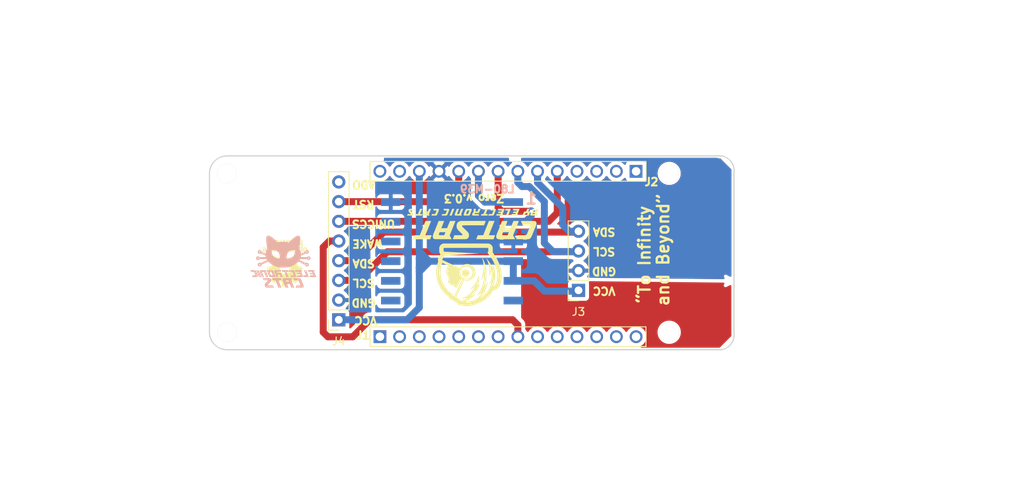
<source format=kicad_pcb>
(kicad_pcb (version 20221018) (generator pcbnew)
  (title_block (title "CatSat Shield") (date "2018-10-31") (rev "0.3") (company "Electronic Cats") (comment 1 "Rocio Rosales") (comment 2 "Eduardo Contreras") (comment 3 "Andres Sabas"))
  (layers (0 "F.Cu" signal "Top") (31 "B.Cu" signal "Bottom") (34 "B.Paste" user) (35 "F.Paste" user) (36 "B.SilkS" user "B.Silkscreen") (37 "F.SilkS" user "F.Silkscreen") (38 "B.Mask" user) (39 "F.Mask" user) (44 "Edge.Cuts" user))
  (net 0 "")
  (net 1 "Net-(J4-Pad8)")
  (net 2 "GND")
  (net 3 "+3V3")
  (net 4 "Net-(MODULE1-Pad6)")
  (net 5 "Net-(MODULE1-Pad7)")
  (net 6 "Net-(MODULE1-Pad8)")
  (net 7 "Net-(MODULE1-Pad10)")
  (net 8 "/AREF")
  (net 9 "/DAC0/A0")
  (net 10 "/A1")
  (net 11 "/A2")
  (net 12 "/A3")
  (net 13 "/A4")
  (net 14 "/A5")
  (net 15 "/0")
  (net 16 "/1")
  (net 17 "/~2")
  (net 18 "/~3")
  (net 19 "/~4")
  (net 20 "/~5")
  (net 21 "+5V")
  (net 22 "VCC")
  (net 23 "/RESET")
  (net 24 "/9SCK")
  (net 25 "/8MOSI")
  (net 26 "/7")
  (net 27 "/6")
  (net 28 "/TX")
  (net 29 "/RX")
  (net 30 "/SCL")
  (net 31 "/SDA")
  (net 32 "/10-INTCCS")
  (net 33 "Net-(MODULE1-Pad11)")
  (net 34 "/WAKEA6")
  (footprint "MKRFoxShield_v2:MH_RND_F_2.2MM_NM" (layer "F.Cu") (at 116.487479 111.5136 90)
    (fp_text reference "U$5" hide)
    (fp_text value "" hide)
    (fp_circle (center 0 0) (end 1.2065 0) (stroke (width 0.1)) (fill none) (layer "Edge.Cuts"))
  )
  (footprint "MKRFoxShield_v2:MH_RND_F_2.2MM_NM" (layer "F.Cu") (at 116.487479 91.0136 90)
    (fp_text reference "U$6" hide)
    (fp_text value "" hide)
    (fp_circle (center 0 0) (end 1.2065 0) (stroke (width 0.1)) (fill none) (layer "Edge.Cuts"))
  )
  (footprint "MKRFoxShield_v2:MH_RND_F_2.2MM_NM" (layer "F.Cu") (at 173.487479 91.0136 90)
    (fp_text reference "U$7" hide)
    (fp_text value "" hide)
    (fp_circle (center 0 0) (end 1.2065 0) (stroke (width 0.1)) (fill none) (layer "Edge.Cuts"))
  )
  (footprint "MKRFoxShield_v2:MH_RND_F_2.2MM_NM" (layer "F.Cu") (at 173.487479 111.5136 90)
    (fp_text reference "U$8" hide)
    (fp_text value "" hide)
    (fp_circle (center 0 0) (end 1.2065 0) (stroke (width 0.1)) (fill none) (layer "Edge.Cuts"))
  )
  (footprint "MKRFoxShield_v2:FRAME" (layer "F.Cu") (at 87.488917 114.1286)
    (fp_text reference "FRAME1" hide)
    (fp_text value "Page 1" hide)
  )
  (footprint "Pines:61301411121" (layer "F.Cu") (at 152.712 112.084)
    (fp_text reference "J1" (at -19.712 0.416) (layer "F.SilkS") (effects (font (thickness 0.25)) (justify left bottom)))
    (fp_text value " " (at -2.1552 2.5402) (layer "F.SilkS") (effects (font (size 0.77216 0.77216) (thickness 0.065024)) (justify left bottom)))
    (pad "1" thru_hole rect (at -16.51 0) (size 1.65 1.65) (drill 1.1) (layers "*.Cu" "*.Mask") (net 8 "/AREF"))
    (pad "2" thru_hole circle (at -13.97 0) (size 1.65 1.65) (drill 1.1) (layers "*.Cu" "*.Mask") (net 9 "/DAC0/A0"))
    (pad "3" thru_hole circle (at -11.43 0) (size 1.65 1.65) (drill 1.1) (layers "*.Cu" "*.Mask") (net 10 "/A1"))
    (pad "4" thru_hole circle (at -8.89 0) (size 1.65 1.65) (drill 1.1) (layers "*.Cu" "*.Mask") (net 11 "/A2"))
    (pad "5" thru_hole circle (at -6.35 0) (size 1.65 1.65) (drill 1.1) (layers "*.Cu" "*.Mask") (net 12 "/A3"))
    (pad "6" thru_hole circle (at -3.81 0) (size 1.65 1.65) (drill 1.1) (layers "*.Cu" "*.Mask") (net 13 "/A4"))
    (pad "7" thru_hole circle (at -1.27 0) (size 1.65 1.65) (drill 1.1) (layers "*.Cu" "*.Mask") (net 14 "/A5"))
    (pad "8" thru_hole circle (at 1.27 0) (size 1.65 1.65) (drill 1.1) (layers "*.Cu" "*.Mask") (net 34 "/WAKEA6"))
    (pad "9" thru_hole circle (at 3.81 0) (size 1.65 1.65) (drill 1.1) (layers "*.Cu" "*.Mask") (net 15 "/0"))
    (pad "10" thru_hole circle (at 6.35 0) (size 1.65 1.65) (drill 1.1) (layers "*.Cu" "*.Mask") (net 16 "/1"))
    (pad "11" thru_hole circle (at 8.89 0) (size 1.65 1.65) (drill 1.1) (layers "*.Cu" "*.Mask") (net 17 "/~2"))
    (pad "12" thru_hole circle (at 11.43 0) (size 1.65 1.65) (drill 1.1) (layers "*.Cu" "*.Mask") (net 18 "/~3"))
    (pad "13" thru_hole circle (at 13.97 0) (size 1.65 1.65) (drill 1.1) (layers "*.Cu" "*.Mask") (net 19 "/~4"))
    (pad "14" thru_hole circle (at 16.51 0) (size 1.65 1.65) (drill 1.1) (layers "*.Cu" "*.Mask") (net 20 "/~5"))
  )
  (footprint "Aesthetics:catsat" (layer "F.Cu") (at 147.828 101.854 180)
    (fp_text reference "G***" hide)
    (fp_text value "LOGO" hide)
  )
  (footprint "Pines:61301411121" (layer "F.Cu") (at 152.712 90.748 180)
    (fp_text reference "J2" (at -17.468 -1.962 180) (layer "F.SilkS") (effects (font (thickness 0.25)) (justify left bottom)))
    (fp_text value " " (at -2.1552 2.5402 180) (layer "F.SilkS") (effects (font (size 0.77216 0.77216) (thickness 0.065024)) (justify left bottom)))
    (pad "1" thru_hole rect (at -16.51 0 180) (size 1.65 1.65) (drill 1.1) (layers "*.Cu" "*.Mask") (net 27 "/6"))
    (pad "2" thru_hole circle (at -13.97 0 180) (size 1.65 1.65) (drill 1.1) (layers "*.Cu" "*.Mask") (net 26 "/7"))
    (pad "3" thru_hole circle (at -11.43 0 180) (size 1.65 1.65) (drill 1.1) (layers "*.Cu" "*.Mask") (net 25 "/8MOSI"))
    (pad "4" thru_hole circle (at -8.89 0 180) (size 1.65 1.65) (drill 1.1) (layers "*.Cu" "*.Mask") (net 24 "/9SCK"))
    (pad "5" thru_hole circle (at -6.35 0 180) (size 1.65 1.65) (drill 1.1) (layers "*.Cu" "*.Mask") (net 32 "/10-INTCCS"))
    (pad "6" thru_hole circle (at -3.81 0 180) (size 1.65 1.65) (drill 1.1) (layers "*.Cu" "*.Mask") (net 31 "/SDA"))
    (pad "7" thru_hole circle (at -1.27 0 180) (size 1.65 1.65) (drill 1.1) (layers "*.Cu" "*.Mask") (net 30 "/SCL"))
    (pad "8" thru_hole circle (at 1.27 0 180) (size 1.65 1.65) (drill 1.1) (layers "*.Cu" "*.Mask") (net 29 "/RX"))
    (pad "9" thru_hole circle (at 3.81 0 180) (size 1.65 1.65) (drill 1.1) (layers "*.Cu" "*.Mask") (net 28 "/TX"))
    (pad "10" thru_hole circle (at 6.35 0 180) (size 1.65 1.65) (drill 1.1) (layers "*.Cu" "*.Mask") (net 23 "/RESET"))
    (pad "11" thru_hole circle (at 8.89 0 180) (size 1.65 1.65) (drill 1.1) (layers "*.Cu" "*.Mask") (net 2 "GND"))
    (pad "12" thru_hole circle (at 11.43 0 180) (size 1.65 1.65) (drill 1.1) (layers "*.Cu" "*.Mask") (net 3 "+3V3"))
    (pad "13" thru_hole circle (at 13.97 0 180) (size 1.65 1.65) (drill 1.1) (layers "*.Cu" "*.Mask") (net 22 "VCC"))
    (pad "14" thru_hole circle (at 16.51 0 180) (size 1.65 1.65) (drill 1.1) (layers "*.Cu" "*.Mask") (net 21 "+5V"))
  )
  (footprint "Symbols:OSHW-Logo_5.7x6mm_SilkScreen" (layer "F.Cu") (at 123.952 102.616 180)
    (fp_text reference "REF***" hide)
    (fp_text value "OSHW-Logo_5.7x6mm_SilkScreen" hide)
  )
  (footprint "Connector_PinSocket_2.54mm:PinSocket_1x04_P2.54mm_Vertical" (layer "F.Cu") (at 161.8 106.1 180)
    (fp_text reference "J3" (at 0 -2.77) (layer "F.SilkS"))
    (fp_text value "BME280")
    (pad "1" thru_hole rect (at 0 0 180) (size 1.7 1.7) (drill 1) (layers "*.Cu" "*.Mask") (net 3 "+3V3"))
    (pad "2" thru_hole oval (at 0 2.54 180) (size 1.7 1.7) (drill 1) (layers "*.Cu" "*.Mask") (net 2 "GND"))
    (pad "3" thru_hole oval (at 0 5.08 180) (size 1.7 1.7) (drill 1) (layers "*.Cu" "*.Mask") (net 30 "/SCL"))
    (pad "4" thru_hole oval (at 0 7.62 180) (size 1.7 1.7) (drill 1) (layers "*.Cu" "*.Mask") (net 31 "/SDA"))
  )
  (footprint "Connector_PinSocket_2.54mm:PinSocket_1x08_P2.54mm_Vertical" (layer "F.Cu") (at 130.9 109.9 180)
    (fp_text reference "J4" (at 0 -2.77) (layer "F.SilkS"))
    (fp_text value "CCS811")
    (pad "1" thru_hole rect (at 0 0 180) (size 1.7 1.7) (drill 1) (layers "*.Cu" "*.Mask") (net 3 "+3V3"))
    (pad "2" thru_hole oval (at 0 2.54 180) (size 1.7 1.7) (drill 1) (layers "*.Cu" "*.Mask") (net 2 "GND"))
    (pad "3" thru_hole oval (at 0 5.08 180) (size 1.7 1.7) (drill 1) (layers "*.Cu" "*.Mask") (net 30 "/SCL"))
    (pad "4" thru_hole oval (at 0 7.62 180) (size 1.7 1.7) (drill 1) (layers "*.Cu" "*.Mask") (net 31 "/SDA"))
    (pad "5" thru_hole oval (at 0 10.16 180) (size 1.7 1.7) (drill 1) (layers "*.Cu" "*.Mask") (net 34 "/WAKEA6"))
    (pad "6" thru_hole oval (at 0 12.7 180) (size 1.7 1.7) (drill 1) (layers "*.Cu" "*.Mask") (net 32 "/10-INTCCS"))
    (pad "7" thru_hole oval (at 0 15.24 180) (size 1.7 1.7) (drill 1) (layers "*.Cu" "*.Mask") (net 23 "/RESET"))
    (pad "8" thru_hole oval (at 0 17.78 180) (size 1.7 1.7) (drill 1) (layers "*.Cu" "*.Mask") (net 1 "Net-(J4-Pad8)"))
  )
  (footprint "" (layer "F.Cu") (at 116.487479 91.0136)
    (fp_text reference "@HOLE1" hide)
    (fp_text value "" (at 0 0) (layer "F.SilkS") (effects (font (size 1.27 1.27))))
    (pad "" np_thru_hole circle (at 0 0) (size 2.5 2.5) (drill 2.5) (layers "*.Cu"))
  )
  (footprint "" (layer "F.Cu") (at 173.487479 111.5136)
    (fp_text reference "@HOLE3" hide)
    (fp_text value "" (at 0 0) (layer "F.SilkS") (effects (font (size 1.27 1.27))))
    (pad "" np_thru_hole circle (at 0 0) (size 2.5 2.5) (drill 2.5) (layers "*.Cu"))
  )
  (footprint "" (layer "F.Cu") (at 173.487479 91.0136)
    (fp_text reference "@HOLE2" hide)
    (fp_text value "" (at 0 0) (layer "F.SilkS") (effects (font (size 1.27 1.27))))
    (pad "" np_thru_hole circle (at 0 0) (size 2.5 2.5) (drill 2.5) (layers "*.Cu"))
  )
  (footprint "" (layer "F.Cu") (at 116.487479 111.5136)
    (fp_text reference "@HOLE0" hide)
    (fp_text value "" (at 0 0) (layer "F.SilkS") (effects (font (size 1.27 1.27))))
    (pad "" np_thru_hole circle (at 0 0) (size 2.5 2.5) (drill 2.5) (layers "*.Cu"))
  )
  (footprint "Aesthetics:electronic_cats_logo_8x6" (layer "B.Cu") (at 123.75 102.4 180)
    (fp_text reference "G***" hide)
    (fp_text value "LOGO" hide)
  )
  (footprint "Rf:QUECTEL_L80-M39" (layer "B.Cu") (at 145.5 100.22)
    (fp_text reference "MODULE1")
    (fp_text value "L80-M39" (at 4.55 -7.17) (layer "B.SilkS") (effects (font (thickness 0.25)) (justify mirror)))
    (pad "1" smd rect (at 7.9 -5.5) (size 2.5 1) (layers "B.Cu" "B.Paste" "B.Mask") (net 28 "/TX"))
    (pad "2" smd rect (at 7.9 -2.96) (size 2.5 1) (layers "B.Cu" "B.Paste" "B.Mask") (net 29 "/RX"))
    (pad "3" smd rect (at 7.9 -0.42) (size 2.5 1) (layers "B.Cu" "B.Paste" "B.Mask") (net 2 "GND"))
    (pad "4" smd rect (at 7.9 2.12) (size 2.5 1) (layers "B.Cu" "B.Paste" "B.Mask") (net 3 "+3V3"))
    (pad "5" smd rect (at 7.9 4.66) (size 2.5 1) (layers "B.Cu" "B.Paste" "B.Mask") (net 3 "+3V3"))
    (pad "6" smd rect (at 7.9 7.2) (size 2.5 1) (layers "B.Cu" "B.Paste" "B.Mask") (net 4 "Net-(MODULE1-Pad6)"))
    (pad "7" smd rect (at -7.9 7.2 180) (size 2.5 1) (layers "B.Cu" "B.Paste" "B.Mask") (net 5 "Net-(MODULE1-Pad7)"))
    (pad "8" smd rect (at -7.9 4.66 180) (size 2.5 1) (layers "B.Cu" "B.Paste" "B.Mask") (net 6 "Net-(MODULE1-Pad8)"))
    (pad "9" smd rect (at -7.9 2.12 180) (size 2.5 1) (layers "B.Cu" "B.Paste" "B.Mask"))
    (pad "10" smd rect (at -7.9 -0.42 180) (size 2.5 1) (layers "B.Cu" "B.Paste" "B.Mask") (net 7 "Net-(MODULE1-Pad10)"))
    (pad "11" smd rect (at -7.9 -2.96 180) (size 2.5 1) (layers "B.Cu" "B.Paste" "B.Mask") (net 33 "Net-(MODULE1-Pad11)"))
    (pad "12" smd rect (at -7.9 -5.5 180) (size 2.5 1) (layers "B.Cu" "B.Paste" "B.Mask") (net 2 "GND"))
  )
  (footprint "Aesthetics:catsat_cu" (layer "B.Cu") (at 171.958 99.568 180)
    (fp_text reference "G***" hide)
    (fp_text value "LOGO" hide)
  )
  (gr_arc (start 181.837479 111.5136) (mid 181.503469 112.969971) (end 180.237479 113.7636) (stroke (width 0.15)) (layer "Edge.Cuts"))
  (gr_arc (start 116.487479 113.7636) (mid 114.896489 113.10459) (end 114.237479 111.5136) (stroke (width 0.15)) (layer "Edge.Cuts"))
  (gr_line (start 114.237479 111.5136) (end 114.237479 91.0136) (stroke (width 0.15)) (layer "Edge.Cuts"))
  (gr_arc (start 180.237479 88.7636) (mid 181.503469 89.557229) (end 181.837479 91.0136) (stroke (width 0.15)) (layer "Edge.Cuts"))
  (gr_line (start 181.837479 111.5136) (end 181.837479 91.0136) (stroke (width 0.15)) (layer "Edge.Cuts"))
  (gr_line (start 116.487479 88.7636) (end 180.237479 88.7636) (stroke (width 0.15)) (layer "Edge.Cuts"))
  (gr_line (start 180.237479 113.7636) (end 116.487479 113.7636) (stroke (width 0.15)) (layer "Edge.Cuts"))
  (gr_arc (start 114.237479 91.0136) (mid 114.896489 89.42261) (end 116.487479 88.7636) (stroke (width 0.15)) (layer "Edge.Cuts"))
  (gr_text "1" (at 155.702 94.234) (layer "B.SilkS") (effects (font (size 1.5 1.5) (thickness 0.3)) (justify mirror)))
  (gr_text "SCL" (at 165.1 101.092 180) (layer "F.SilkS") (effects (font (size 1 1) (thickness 0.25))))
  (gr_text "SDA" (at 165.1 98.552 180) (layer "F.SilkS") (effects (font (size 1 1) (thickness 0.25))))
  (gr_text "SDA" (at 134.112 102.616 180) (layer "F.SilkS") (effects (font (size 1 1) (thickness 0.25))))
  (gr_text "Zero v.0.3" (at 148.336 94.234 180) (layer "F.SilkS") (effects (font (size 1 1) (thickness 0.25))))
  (gr_text "“To Infinity \nand Beyond”" (at 171.5 100.9 90) (layer "F.SilkS") (effects (font (size 1.5 1.5) (thickness 0.3))))
  (gr_text "RST" (at 134.112 94.996 180) (layer "F.SilkS") (effects (font (size 1 1) (thickness 0.25))))
  (gr_text "UNICCS" (at 135.382 97.536 180) (layer "F.SilkS") (effects (font (size 1 1) (thickness 0.25))))
  (gr_text "VCC" (at 134.366 109.982 180) (layer "F.SilkS") (effects (font (size 1 1) (thickness 0.25))))
  (gr_text "GND" (at 165.1 103.632 180) (layer "F.SilkS") (effects (font (size 1 1) (thickness 0.25))))
  (gr_text "WAKE" (at 134.62 100.076 180) (layer "F.SilkS") (effects (font (size 1 1) (thickness 0.25))))
  (gr_text "ADO" (at 134.112 92.456 180) (layer "F.SilkS") (effects (font (size 1 1) (thickness 0.25))))
  (gr_text "VCC" (at 165.1 106.172 180) (layer "F.SilkS") (effects (font (size 1 1) (thickness 0.25))))
  (gr_text "GND" (at 134.112 107.696 180) (layer "F.SilkS") (effects (font (size 1 1) (thickness 0.25))))
  (gr_text "SCL" (at 134.112 105.156 180) (layer "F.SilkS") (effects (font (size 1 1) (thickness 0.25))))
  (segment (start 141.6 103.382) (end 141.282 103.7) (width 0.9) (layer "B.Cu") (net 3))
  (segment (start 141.282 100.8) (end 141.282 102) (width 0.9) (layer "B.Cu") (net 3))
  (segment (start 141.282 100.8) (end 141.282 90.748) (width 0.9) (layer "B.Cu") (net 3))
  (segment (start 141.282 101.082) (end 141.282 100.8) (width 0.9) (layer "B.Cu") (net 3))
  (segment (start 142.54 102.442) (end 142.282 102.7) (width 0.9) (layer "B.Cu") (net 3))
  (segment (start 160.565 106.2) (end 157.4 106.2) (width 0.9) (layer "B.Cu") (net 3))
  (segment (start 157.4 106.2) (end 156.4 105.2) (width 0.9) (layer "B.Cu") (net 3))
  (segment (start 141.6 101.4) (end 141.282 101.082) (width 0.9) (layer "B.Cu") (net 3))
  (segment (start 141.282 102) (end 141.582 102) (width 0.9) (layer "B.Cu") (net 3))
  (segment (start 141.282 108.318) (end 141.282 103.7) (width 0.9) (layer "B.Cu") (net 3))
  (segment (start 141.6 101.4) (end 141.6 103.382) (width 0.9) (layer "B.Cu") (net 3))
  (segment (start 141.282 103.3) (end 141.282 103.1) (width 0.9) (layer "B.Cu") (net 3))
  (segment (start 141.282 103.1) (end 141.982 102.4) (width 0.9) (layer "B.Cu") (net 3))
  (segment (start 130.9 109.9) (end 139.7 109.9) (width 0.9) (layer "B.Cu") (net 3))
  (segment (start 142.54 102.34) (end 142.54 102.442) (width 0.9) (layer "B.Cu") (net 3))
  (segment (start 141.282 103.3) (end 141.282 103.7) (width 0.9) (layer "B.Cu") (net 3))
  (segment (start 141.982 102.4) (end 142.282 102.7) (width 0.9) (layer "B.Cu") (net 3))
  (segment (start 141.582 102) (end 141.982 102.4) (width 0.9) (layer "B.Cu") (net 3))
  (segment (start 156.59 105.39) (end 156.4 105.2) (width 0.9) (layer "B.Cu") (net 3))
  (segment (start 156.08 104.88) (end 153.4 104.88) (width 0.9) (layer "B.Cu") (net 3))
  (segment (start 142.54 102.34) (end 141.6 101.4) (width 0.9) (layer "B.Cu") (net 3))
  (segment (start 139.7 109.9) (end 141.282 108.318) (width 0.9) (layer "B.Cu") (net 3))
  (segment (start 156.4 105.2) (end 156.08 104.88) (width 0.9) (layer "B.Cu") (net 3))
  (segment (start 153.4 102.34) (end 153.4 104.88) (width 0.9) (layer "B.Cu") (net 3))
  (segment (start 160.575 106.21) (end 160.565 106.2) (width 0.9) (layer "B.Cu") (net 3))
  (segment (start 141.282 102) (end 141.282 103.3) (width 0.9) (layer "B.Cu") (net 3))
  (segment (start 161.9 106.21) (end 160.575 106.21) (width 0.9) (layer "B.Cu") (net 3))
  (segment (start 142.282 102.7) (end 141.6 103.382) (width 0.9) (layer "B.Cu") (net 3))
  (segment (start 153.4 102.34) (end 142.54 102.34) (width 0.9) (layer "B.Cu") (net 3))
  (segment (start 130.9 94.66) (end 145.74 94.66) (width 0.9) (layer "F.Cu") (net 23))
  (segment (start 145.74 94.66) (end 146.362 94.038) (width 0.9) (layer "F.Cu") (net 23))
  (segment (start 146.362 94.038) (end 146.362 90.748) (width 0.9) (layer "F.Cu") (net 23))
  (segment (start 148.902 90.748) (end 148.902 91.914726) (width 0.9) (layer "B.Cu") (net 28))
  (segment (start 149.72 94.72) (end 153.4 94.72) (width 0.9) (layer "B.Cu") (net 28))
  (segment (start 148.9 93.9) (end 149.72 94.72) (width 0.9) (layer "B.Cu") (net 28))
  (segment (start 148.9 91.916726) (end 148.9 93.9) (width 0.9) (layer "B.Cu") (net 28))
  (segment (start 148.902 91.914726) (end 148.9 91.916726) (width 0.9) (layer "B.Cu") (net 28))
  (segment (start 155.702 95.9) (end 151.9 95.9) (width 0.9) (layer "F.Cu") (net 29))
  (segment (start 151.442 95.442) (end 151.442 90.748) (width 0.9) (layer "F.Cu") (net 29))
  (segment (start 151.9 95.9) (end 151.442 95.442) (width 0.9) (layer "F.Cu") (net 29))
  (via (at 155.702 95.9) (size 1) (drill 0.4) (layers "F.Cu" "B.Cu") (net 29))
  (segment (start 155.702 96.52) (end 155.702 95.9) (width 0.9) (layer "B.Cu") (net 29))
  (segment (start 154.94 97.26) (end 154.962 97.26) (width 0.9) (layer "B.Cu") (net 29))
  (segment (start 153.4 97.26) (end 154.94 97.26) (width 0.9) (layer "B.Cu") (net 29))
  (segment (start 154.962 97.26) (end 155.702 96.52) (width 0.9) (layer "B.Cu") (net 29))
  (segment (start 161.9 101.13) (end 137.17 101.13) (width 0.9) (layer "F.Cu") (net 30))
  (segment (start 137.17 101.13) (end 133.48 104.82) (width 0.9) (layer "F.Cu") (net 30))
  (segment (start 133.48 104.82) (end 130.9 104.82) (width 0.9) (layer "F.Cu") (net 30))
  (segment (start 155.448 92.71) (end 154.51 92.71) (width 0.9) (layer "B.Cu") (net 30))
  (segment (start 153.982 92.182) (end 153.982 91.914726) (width 0.9) (layer "B.Cu") (net 30))
  (segment (start 160.733274 101.13) (end 160.703274 101.1) (width 0.9) (layer "B.Cu") (net 30))
  (segment (start 161.9 101.13) (end 160.733274 101.13) (width 0.9) (layer "B.Cu") (net 30))
  (segment (start 157.4 97.028) (end 157.4 94.662) (width 0.9) (layer "B.Cu") (net 30))
  (segment (start 160.703274 101.1) (end 158.5 101.1) (width 0.9) (layer "B.Cu") (net 30))
  (segment (start 157.4 94.662) (end 155.448 92.71) (width 0.9) (layer "B.Cu") (net 30))
  (segment (start 153.982 91.914726) (end 153.982 90.748) (width 0.9) (layer "B.Cu") (net 30))
  (segment (start 158.5 101.1) (end 157.4 100) (width 0.9) (layer "B.Cu") (net 30))
  (segment (start 157.4 100) (end 157.4 97.028) (width 0.9) (layer "B.Cu") (net 30))
  (segment (start 154.51 92.71) (end 153.982 92.182) (width 0.9) (layer "B.Cu") (net 30))
  (segment (start 136.71 98.59) (end 161.9 98.59) (width 0.9) (layer "F.Cu") (net 31))
  (segment (start 130.9 102.28) (end 133.02 102.28) (width 0.9) (layer "F.Cu") (net 31))
  (segment (start 133.02 102.28) (end 136.71 98.59) (width 0.9) (layer "F.Cu") (net 31))
  (segment (start 159.766 97.648081) (end 159.766 95.446) (width 0.9) (layer "B.Cu") (net 31))
  (segment (start 156.522 90.748) (end 156.522 92.202) (width 0.9) (layer "B.Cu") (net 31))
  (segment (start 156.522 90.748) (end 156.522 91.914726) (width 0.9) (layer "B.Cu") (net 31))
  (segment (start 159.766 95.446) (end 156.522 92.202) (width 0.9) (layer "B.Cu") (net 31))
  (segment (start 161.8 98.48) (end 160.597919 98.48) (width 0.9) (layer "B.Cu") (net 31))
  (segment (start 160.597919 98.48) (end 159.766 97.648081) (width 0.9) (layer "B.Cu") (net 31))
  (segment (start 157.962 97.2) (end 159.062 96.1) (width 0.9) (layer "F.Cu") (net 32))
  (segment (start 159.062 90.748) (end 159.062 96.1) (width 0.9) (layer "F.Cu") (net 32))
  (segment (start 130.9 97.2) (end 157.962 97.2) (width 0.9) (layer "F.Cu") (net 32))
  (segment (start 132.7 112.1) (end 129.5 112.1) (width 0.9) (layer "F.Cu") (net 34))
  (segment (start 129.697919 99.74) (end 128.9 100.537919) (width 0.9) (layer "F.Cu") (net 34))
  (segment (start 153.3 109.9) (end 134.9 109.9) (width 0.9) (layer "F.Cu") (net 34))
  (segment (start 153.982 110.582) (end 153.3 109.9) (width 0.9) (layer "F.Cu") (net 34))
  (segment (start 153.982 112.084) (end 153.982 110.582) (width 0.9) (layer "F.Cu") (net 34))
  (segment (start 130.9 99.74) (end 129.697919 99.74) (width 0.9) (layer "F.Cu") (net 34))
  (segment (start 128.9 100.537919) (end 128.9 111.5) (width 0.9) (layer "F.Cu") (net 34))
  (segment (start 128.9 111.5) (end 129.5 112.1) (width 0.9) (layer "F.Cu") (net 34))
  (segment (start 134.9 109.9) (end 132.7 112.1) (width 0.9) (layer "F.Cu") (net 34))
  (zone (net 2) (net_name "GND") (layer "F.Cu") (connect_pads (clearance 0.508)) (min_thickness 0.254) (fill yes (thermal_gap 0.508) (thermal_bridge_width 0.508))
    (polygon (pts (xy 118.5 89) (xy 118.5 93) (xy 114.5 93) (xy 115 109) (xy 118.5 109) (xy 118.5 113.5) (xy 180 113.5) (xy 180.5 113) (xy 181 112.5) (xy 181.5 112) (xy 181.5 90.5) (xy 180 89)))
  )
  (zone (net 2) (net_name "GND") (layer "B.Cu") (connect_pads (clearance 0.508)) (min_thickness 0.254) (fill yes (thermal_gap 0.508) (thermal_bridge_width 0.508))
    (polygon (pts (xy 118.5 89) (xy 118.5 93) (xy 114.5 93) (xy 115 109) (xy 118.5 109) (xy 118.5 113.5) (xy 180 113.5) (xy 181.5 112) (xy 181.5 90.5) (xy 180 89)))
  )
)
</source>
